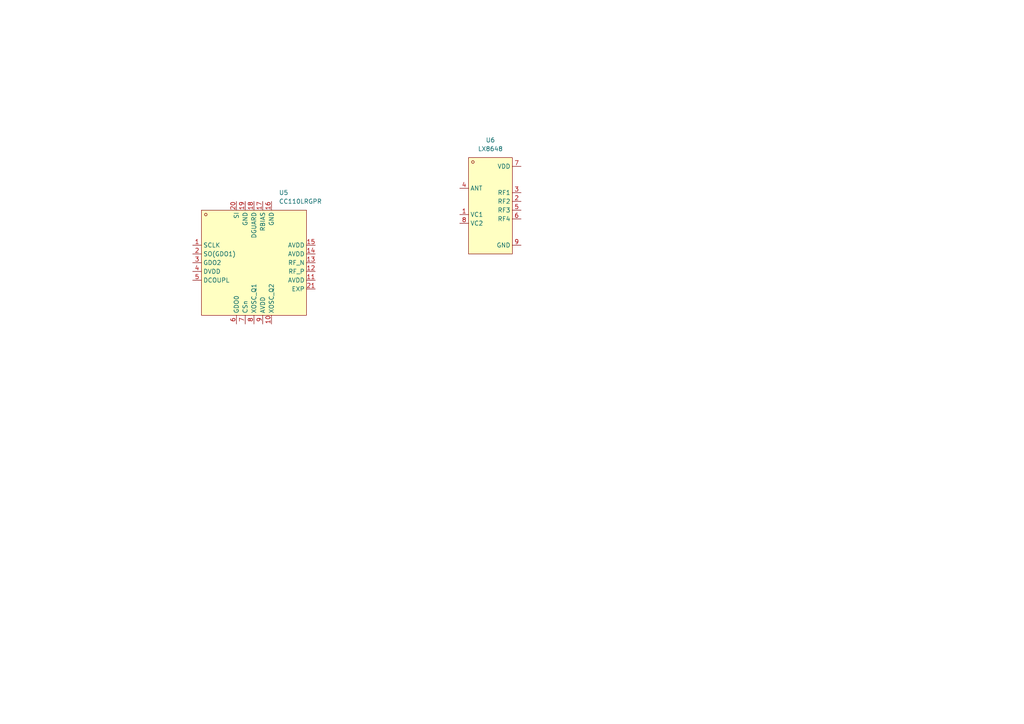
<source format=kicad_sch>
(kicad_sch (version 20250114) (generator "eeschema") (generator_version "9.0")
  (paper "A4")
  (lib_symbols
    (symbol "LCSC:CC110LRGPR"
      (property "Reference" "U" (at 0 22.86 0))
      (property "Value" "CC110LRGPR" (at 0 -22.86 0))
      (symbol "CC110LRGPR_0_1"
        (rectangle (start -15.24 15.24) (end 15.24 -15.24) (fill (type background)))
        (circle (center -13.97 13.97) (radius 0.38))
        (pin unspecified line (at -17.78 5.08 0) (length 2.54) (name "SCLK") (number "1"))
        (pin unspecified line (at -17.78 2.54 0) (length 2.54) (name "SO(GDO1)") (number "2"))
        (pin unspecified line (at -17.78 0 0) (length 2.54) (name "GDO2") (number "3"))
        (pin unspecified line (at -17.78 -2.54 0) (length 2.54) (name "DVDD") (number "4"))
        (pin unspecified line (at -17.78 -5.08 0) (length 2.54) (name "DCOUPL") (number "5"))
        (pin unspecified line (at -5.08 17.78 270) (length 2.54) (name "SI") (number "20"))
        (pin unspecified line (at -5.08 -17.78 90) (length 2.54) (name "GDO0") (number "6"))
        (pin unspecified line (at -2.54 17.78 270) (length 2.54) (name "GND") (number "19"))
        (pin unspecified line (at -2.54 -17.78 90) (length 2.54) (name "CSn") (number "7"))
        (pin unspecified line (at 0 17.78 270) (length 2.54) (name "DGUARD") (number "18"))
        (pin unspecified line (at 0 -17.78 90) (length 2.54) (name "XOSC_Q1") (number "8"))
        (pin unspecified line (at 2.54 17.78 270) (length 2.54) (name "RBIAS") (number "17"))
        (pin unspecified line (at 2.54 -17.78 90) (length 2.54) (name "AVDD") (number "9"))
        (pin unspecified line (at 5.08 17.78 270) (length 2.54) (name "GND") (number "16"))
        (pin unspecified line (at 5.08 -17.78 90) (length 2.54) (name "XOSC_Q2") (number "10"))
        (pin unspecified line (at 17.78 5.08 180) (length 2.54) (name "AVDD") (number "15"))
        (pin unspecified line (at 17.78 2.54 180) (length 2.54) (name "AVDD") (number "14"))
        (pin unspecified line (at 17.78 0 180) (length 2.54) (name "RF_N") (number "13"))
        (pin unspecified line (at 17.78 -2.54 180) (length 2.54) (name "RF_P") (number "12"))
        (pin unspecified line (at 17.78 -5.08 180) (length 2.54) (name "AVDD") (number "11"))
        (pin unspecified line (at 17.78 -7.62 180) (length 2.54) (name "EXP") (number "21"))
      )
    )
    (symbol "LCSC:LX8648"
      (property "Reference" "U" (at 0 16.51 0))
      (property "Value" "LX8648" (at 0 -16.51 0))
      (symbol "LX8648_0_1"
        (rectangle (start -6.35 13.97) (end 6.35 -13.97) (fill (type background)))
        (circle (center -5.08 12.7) (radius 0.38))
        (pin unspecified line (at -8.89 5.08 0) (length 2.54) (name "ANT") (number "4"))
        (pin unspecified line (at -8.89 -2.54 0) (length 2.54) (name "VC1") (number "1"))
        (pin unspecified line (at -8.89 -5.08 0) (length 2.54) (name "VC2") (number "8"))
        (pin unspecified line (at 8.89 11.43 180) (length 2.54) (name "VDD") (number "7"))
        (pin unspecified line (at 8.89 3.81 180) (length 2.54) (name "RF1") (number "3"))
        (pin unspecified line (at 8.89 1.27 180) (length 2.54) (name "RF2") (number "2"))
        (pin unspecified line (at 8.89 -1.27 180) (length 2.54) (name "RF3") (number "5"))
        (pin unspecified line (at 8.89 -3.81 180) (length 2.54) (name "RF4") (number "6"))
        (pin unspecified line (at 8.89 -11.43 180) (length 2.54) (name "GND") (number "9"))
      )
    )
  )
  (symbol (lib_id "LCSC:LX8648") (at 142.24 59.69 0) (unit 1)
    (property "Reference" "U6" (at 142.24 40.64 0))
    (property "Value" "LX8648" (at 142.24 43.18 0))
    (property "Footprint" "LCSC:LGA-9_L1.2-1.2-P0.40-BL" (effects (hide yes)))
    (property "LCSC Part" "C42453795" (effects (hide yes)))
  )
  (symbol (lib_id "LCSC:CC110LRGPR") (at 73.66 76.2 0) (unit 1)
    (property "Reference" "U5" (at 80.8833 55.88 0) (effects (justify left)))
    (property "Value" "CC110LRGPR" (at 80.8833 58.42 0) (effects (justify left)))
    (property "Footprint" "LCSC:QFN-20_L4.0-W4.0-P0.50-TL-EP2.7" (effects (hide yes)))
    (property "Datasheet" "https://lcsc.com/product-detail/RF-Transceiver-ICs_TI_CC110LRGPR_CC110LRGPR_C56516.html" (effects (hide yes)))
    (property "LCSC Part" "C56516" (effects (hide yes)))
  )
)
</source>
